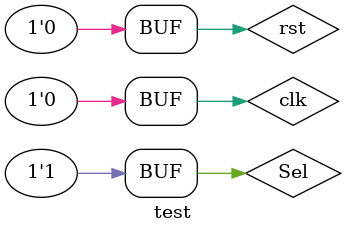
<source format=v>
`timescale 1ns/1ns
module test;

	// registers and wires
	reg				clk;
	reg				rst;
	reg				Sel;
	wire	[5:0]	Instruction;
	wire 	[17:0] SRAMaddress;
	wire SRAMWEn;
	wire SRAMOE;
	wire [15:0] SRAMdata;

	// module under test
	MIPS UUT
	(
		clk,
		rst,
		Sel,
		SRAMaddress, 	//	SRAM Address bus 18 Bits
		SRAMWEn, 		//	SRAM Write Enable
		SRAMOE, 		// 	SRAM Output Enable
		SRAMdata, 		//	SRAM Data bus 16 Bits
		Instruction
	);

	// write a test

	initial repeat (900) #(10) clk = ~clk;

	initial
	begin
				clk = 0; 	rst = 0;	Sel = 0;
		#( 35 ) rst = 1;
		#( 40 ) rst = 0;
		#( 3300 )	Sel = 1;
		#( 35 ) rst = 1;
		#( 40 ) rst = 0;
	end

endmodule

</source>
